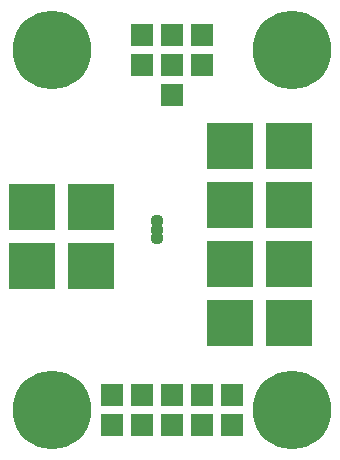
<source format=gbr>
G75*
G70*
%OFA0B0*%
%FSLAX24Y24*%
%IPPOS*%
%LPD*%
%AMOC8*
5,1,8,0,0,1.08239X$1,22.5*
%
%ADD10C,0.0437*%
%ADD11R,0.1580X0.1580*%
%ADD12R,0.0730X0.0730*%
%ADD13C,0.2620*%
D10*
X005910Y007884D03*
X005910Y008160D03*
X005910Y008436D03*
D11*
X003691Y008921D03*
X003691Y006952D03*
X001723Y006952D03*
X001723Y008921D03*
X008324Y008984D03*
X008324Y010952D03*
X010292Y010952D03*
X010292Y008984D03*
X010292Y007015D03*
X010292Y005047D03*
X008324Y005047D03*
X008324Y007015D03*
D12*
X008410Y002660D03*
X008410Y001660D03*
X007410Y001660D03*
X007410Y002660D03*
X006410Y002660D03*
X006410Y001660D03*
X005410Y001660D03*
X005410Y002660D03*
X004410Y002660D03*
X004410Y001660D03*
X006410Y012660D03*
X006410Y013660D03*
X006410Y014660D03*
X005410Y014660D03*
X005410Y013660D03*
X007410Y013660D03*
X007410Y014660D03*
D13*
X002410Y002160D03*
X010410Y002160D03*
X010410Y014160D03*
X002410Y014160D03*
M02*

</source>
